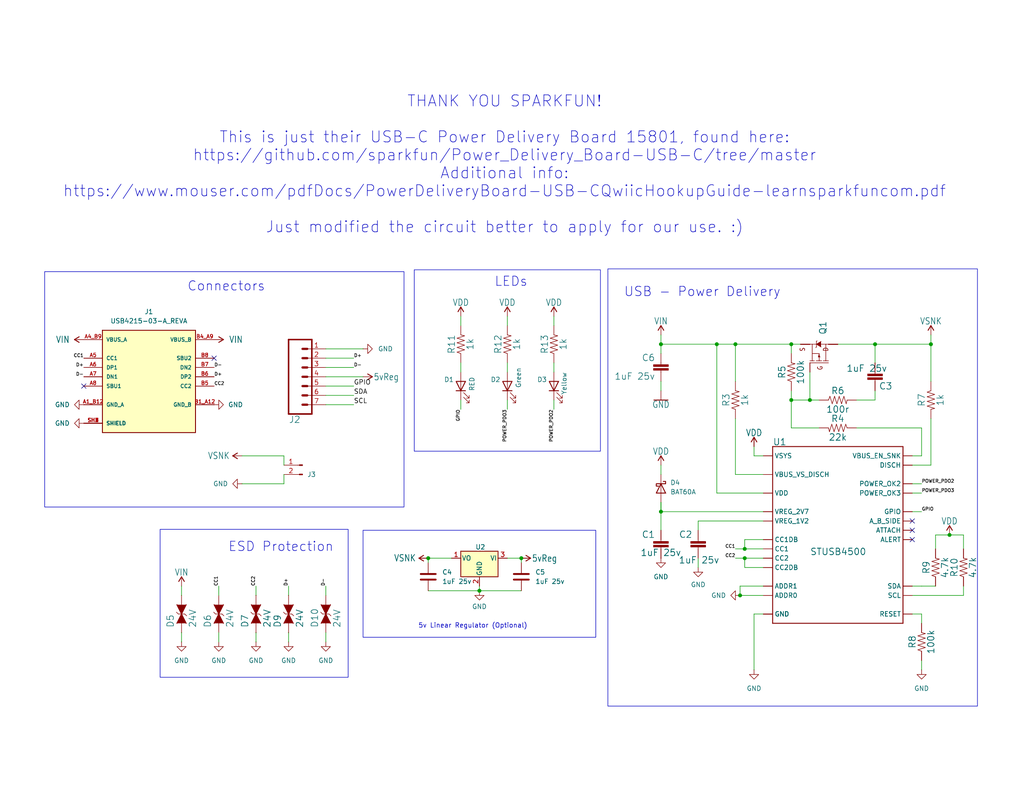
<source format=kicad_sch>
(kicad_sch (version 20250114) (generator "eeschema") (generator_version "9.0")
  (paper "A")
  (title_block (title "PXU USB-C PDv3") (date "2025-02-15"))
  (lib_symbols
    (symbol "C-PIM-eagle-import:0.1UF-0603-100V-10%"
      (property "Reference" "C" (at 1.524 2.921 0))
      (symbol "0.1UF-0603-100V-10%_1_0"
        (rectangle (start -2.032 1.524) (end 2.032 2.032) (fill (type outline)))
        (rectangle (start -2.032 0.508) (end 2.032 1.016) (fill (type outline)))
        (polyline (pts (xy 0 2.54) (xy 0 2.032)) (stroke (width 0.1524)))
        (polyline (pts (xy 0 0) (xy 0 0.508)) (stroke (width 0.1524)))
        (pin passive line (at 0 5.08 270) (length 2.54) (name "1") (number "1"))
        (pin passive line (at 0 -2.54 90) (length 2.54) (name "2") (number "2"))
      )
    )
    (symbol "C-PIM-eagle-import:1.0UF-0603-16V-10%"
      (property "Reference" "C" (at 1.524 2.921 0))
      (symbol "1.0UF-0603-16V-10%_1_0"
        (rectangle (start -2.032 1.524) (end 2.032 2.032) (fill (type outline)))
        (rectangle (start -2.032 0.508) (end 2.032 1.016) (fill (type outline)))
        (polyline (pts (xy 0 2.54) (xy 0 2.032)) (stroke (width 0.1524)))
        (polyline (pts (xy 0 0) (xy 0 0.508)) (stroke (width 0.1524)))
        (pin passive line (at 0 5.08 270) (length 2.54) (name "1") (number "1"))
        (pin passive line (at 0 -2.54 90) (length 2.54) (name "2") (number "2"))
      )
    )
    (symbol "C-PIM-eagle-import:100KOHM-0603-1/10W-1%"
      (property "Reference" "R" (at 0 1.524 0))
      (symbol "100KOHM-0603-1/10W-1%_1_0"
        (polyline (pts (xy -2.54 0) (xy -2.159 1.016)) (stroke (width 0.1524)))
        (polyline (pts (xy -2.159 1.016) (xy -1.524 -1.016)) (stroke (width 0.1524)))
        (polyline (pts (xy -1.524 -1.016) (xy -0.889 1.016)) (stroke (width 0.1524)))
        (polyline (pts (xy -0.889 1.016) (xy -0.254 -1.016)) (stroke (width 0.1524)))
        (polyline (pts (xy -0.254 -1.016) (xy 0.381 1.016)) (stroke (width 0.1524)))
        (polyline (pts (xy 0.381 1.016) (xy 1.016 -1.016)) (stroke (width 0.1524)))
        (polyline (pts (xy 1.016 -1.016) (xy 1.651 1.016)) (stroke (width 0.1524)))
        (polyline (pts (xy 1.651 1.016) (xy 2.286 -1.016)) (stroke (width 0.1524)))
        (polyline (pts (xy 2.286 -1.016) (xy 2.54 0)) (stroke (width 0.1524)))
        (pin passive line (at -5.08 0 0) (length 2.54) (name "1") (number "1"))
        (pin passive line (at 5.08 0 180) (length 2.54) (name "2") (number "2"))
      )
    )
    (symbol "C-PIM-eagle-import:100OHM-0603-1/10W-1%"
      (property "Reference" "R" (at 0 1.524 0))
      (symbol "100OHM-0603-1/10W-1%_1_0"
        (polyline (pts (xy -2.54 0) (xy -2.159 1.016)) (stroke (width 0.1524)))
        (polyline (pts (xy -2.159 1.016) (xy -1.524 -1.016)) (stroke (width 0.1524)))
        (polyline (pts (xy -1.524 -1.016) (xy -0.889 1.016)) (stroke (width 0.1524)))
        (polyline (pts (xy -0.889 1.016) (xy -0.254 -1.016)) (stroke (width 0.1524)))
        (polyline (pts (xy -0.254 -1.016) (xy 0.381 1.016)) (stroke (width 0.1524)))
        (polyline (pts (xy 0.381 1.016) (xy 1.016 -1.016)) (stroke (width 0.1524)))
        (polyline (pts (xy 1.016 -1.016) (xy 1.651 1.016)) (stroke (width 0.1524)))
        (polyline (pts (xy 1.651 1.016) (xy 2.286 -1.016)) (stroke (width 0.1524)))
        (polyline (pts (xy 2.286 -1.016) (xy 2.54 0)) (stroke (width 0.1524)))
        (pin passive line (at -5.08 0 0) (length 2.54) (name "1") (number "1"))
        (pin passive line (at 5.08 0 180) (length 2.54) (name "2") (number "2"))
      )
    )
    (symbol "C-PIM-eagle-import:1KOHM-0603-1/10W-1%"
      (property "Reference" "R" (at 0 1.524 0))
      (symbol "1KOHM-0603-1/10W-1%_1_0"
        (polyline (pts (xy -2.54 0) (xy -2.159 1.016)) (stroke (width 0.1524)))
        (polyline (pts (xy -2.159 1.016) (xy -1.524 -1.016)) (stroke (width 0.1524)))
        (polyline (pts (xy -1.524 -1.016) (xy -0.889 1.016)) (stroke (width 0.1524)))
        (polyline (pts (xy -0.889 1.016) (xy -0.254 -1.016)) (stroke (width 0.1524)))
        (polyline (pts (xy -0.254 -1.016) (xy 0.381 1.016)) (stroke (width 0.1524)))
        (polyline (pts (xy 0.381 1.016) (xy 1.016 -1.016)) (stroke (width 0.1524)))
        (polyline (pts (xy 1.016 -1.016) (xy 1.651 1.016)) (stroke (width 0.1524)))
        (polyline (pts (xy 1.651 1.016) (xy 2.286 -1.016)) (stroke (width 0.1524)))
        (polyline (pts (xy 2.286 -1.016) (xy 2.54 0)) (stroke (width 0.1524)))
        (pin passive line (at -5.08 0 0) (length 2.54) (name "1") (number "1"))
        (pin passive line (at 5.08 0 180) (length 2.54) (name "2") (number "2"))
      )
    )
    (symbol "C-PIM-eagle-import:2.2KOHM-0603-1/10W-1%"
      (property "Reference" "R" (at 0 1.524 0))
      (symbol "2.2KOHM-0603-1/10W-1%_1_0"
        (polyline (pts (xy -2.54 0) (xy -2.159 1.016)) (stroke (width 0.1524)))
        (polyline (pts (xy -2.159 1.016) (xy -1.524 -1.016)) (stroke (width 0.1524)))
        (polyline (pts (xy -1.524 -1.016) (xy -0.889 1.016)) (stroke (width 0.1524)))
        (polyline (pts (xy -0.889 1.016) (xy -0.254 -1.016)) (stroke (width 0.1524)))
        (polyline (pts (xy -0.254 -1.016) (xy 0.381 1.016)) (stroke (width 0.1524)))
        (polyline (pts (xy 0.381 1.016) (xy 1.016 -1.016)) (stroke (width 0.1524)))
        (polyline (pts (xy 1.016 -1.016) (xy 1.651 1.016)) (stroke (width 0.1524)))
        (polyline (pts (xy 1.651 1.016) (xy 2.286 -1.016)) (stroke (width 0.1524)))
        (polyline (pts (xy 2.286 -1.016) (xy 2.54 0)) (stroke (width 0.1524)))
        (pin passive line (at -5.08 0 0) (length 2.54) (name "1") (number "1"))
        (pin passive line (at 5.08 0 180) (length 2.54) (name "2") (number "2"))
      )
    )
    (symbol "C-PIM-eagle-import:22KOHM-0603-1/10W-1%"
      (property "Reference" "R" (at 0 1.524 0))
      (symbol "22KOHM-0603-1/10W-1%_1_0"
        (polyline (pts (xy -2.54 0) (xy -2.159 1.016)) (stroke (width 0.1524)))
        (polyline (pts (xy -2.159 1.016) (xy -1.524 -1.016)) (stroke (width 0.1524)))
        (polyline (pts (xy -1.524 -1.016) (xy -0.889 1.016)) (stroke (width 0.1524)))
        (polyline (pts (xy -0.889 1.016) (xy -0.254 -1.016)) (stroke (width 0.1524)))
        (polyline (pts (xy -0.254 -1.016) (xy 0.381 1.016)) (stroke (width 0.1524)))
        (polyline (pts (xy 0.381 1.016) (xy 1.016 -1.016)) (stroke (width 0.1524)))
        (polyline (pts (xy 1.016 -1.016) (xy 1.651 1.016)) (stroke (width 0.1524)))
        (polyline (pts (xy 1.651 1.016) (xy 2.286 -1.016)) (stroke (width 0.1524)))
        (polyline (pts (xy 2.286 -1.016) (xy 2.54 0)) (stroke (width 0.1524)))
        (pin passive line (at -5.08 0 0) (length 2.54) (name "1") (number "1"))
        (pin passive line (at 5.08 0 180) (length 2.54) (name "2") (number "2"))
      )
    )
    (symbol "C-PIM-eagle-import:CONN_07NO_SILK"
      (property "Reference" "J" (at -5.08 13.208 0))
      (symbol "CONN_07NO_SILK_1_0"
        (polyline (pts (xy -5.08 12.7) (xy -5.08 -7.62)) (stroke (width 0.4064)))
        (polyline (pts (xy -5.08 12.7) (xy 1.27 12.7)) (stroke (width 0.4064)))
        (polyline (pts (xy -1.27 10.16) (xy 0 10.16)) (stroke (width 0.6096)))
        (polyline (pts (xy -1.27 7.62) (xy 0 7.62)) (stroke (width 0.6096)))
        (polyline (pts (xy -1.27 5.08) (xy 0 5.08)) (stroke (width 0.6096)))
        (polyline (pts (xy -1.27 2.54) (xy 0 2.54)) (stroke (width 0.6096)))
        (polyline (pts (xy -1.27 0) (xy 0 0)) (stroke (width 0.6096)))
        (polyline (pts (xy -1.27 -2.54) (xy 0 -2.54)) (stroke (width 0.6096)))
        (polyline (pts (xy -1.27 -5.08) (xy 0 -5.08)) (stroke (width 0.6096)))
        (polyline (pts (xy 1.27 -7.62) (xy -5.08 -7.62)) (stroke (width 0.4064)))
        (polyline (pts (xy 1.27 -7.62) (xy 1.27 12.7)) (stroke (width 0.4064)))
        (pin passive line (at 5.08 10.16 180) (length 5.08) (name "7") (number "7"))
        (pin passive line (at 5.08 7.62 180) (length 5.08) (name "6") (number "6"))
        (pin passive line (at 5.08 5.08 180) (length 5.08) (name "5") (number "5"))
        (pin passive line (at 5.08 2.54 180) (length 5.08) (name "4") (number "4"))
        (pin passive line (at 5.08 0 180) (length 5.08) (name "3") (number "3"))
        (pin passive line (at 5.08 -2.54 180) (length 5.08) (name "2") (number "2"))
        (pin passive line (at 5.08 -5.08 180) (length 5.08) (name "1") (number "1"))
      )
    )
    (symbol "C-PIM-eagle-import:DIODE_TVS"
      (property "Reference" "D" (at -3.81 2.032 0))
      (symbol "DIODE_TVS_1_0"
        (polyline (pts (xy -5.08 0) (xy -2.54 0)) (stroke (width 0.1524)))
        (polyline (pts (xy -2.54 1.27) (xy 0 0) (xy -2.54 -1.27)) (stroke (width 0.254)) (fill (type outline)))
        (polyline (pts (xy 0 0.889) (xy 0 0)) (stroke (width 0.1524)))
        (polyline (pts (xy 0 0.889) (xy 0.508 1.397)) (stroke (width 0.1524)))
        (polyline (pts (xy 0 0) (xy 0 -0.889)) (stroke (width 0.1524)))
        (polyline (pts (xy 0 -0.889) (xy -0.508 -1.397)) (stroke (width 0.1524)))
        (polyline (pts (xy 2.54 0) (xy 5.08 0)) (stroke (width 0.1524)))
        (polyline (pts (xy 2.54 -1.27) (xy 0 0) (xy 2.54 1.27)) (stroke (width 0.254)) (fill (type outline)))
        (pin passive line (at -5.08 0 0) (length 0) (name "A") (number "1"))
        (pin passive line (at 5.08 0 180) (length 0) (name "C") (number "2"))
      )
    )
    (symbol "C-PIM-eagle-import:GND" (power)
      (symbol "GND_1_0"
        (polyline (pts (xy -1.905 0) (xy 1.905 0)) (stroke (width 0.254)))
        (pin power_in line (at 0 2.54 270) (length 2.54) (name "GND") (number "1"))
      )
    )
    (symbol "C-PIM-eagle-import:MOSFET_PCH-STL9P3LLH6"
      (property "Reference" "Q1" (at 5.08 0 0))
      (symbol "MOSFET_PCH-STL9P3LLH6_1_0"
        (polyline (pts (xy -2.54 -2.54) (xy -2.54 2.54)) (stroke (width 0.1524)))
        (polyline (pts (xy -1.9812 2.54) (xy -1.9812 1.8034)) (stroke (width 0.1524)))
        (polyline (pts (xy -1.9812 1.8034) (xy -1.9812 1.0922)) (stroke (width 0.1524)))
        (polyline (pts (xy -1.9812 1.8034) (xy 2.54 1.8034)) (stroke (width 0.1524)))
        (polyline (pts (xy -1.9812 0.6858) (xy -1.9812 0)) (stroke (width 0.1524)))
        (polyline (pts (xy -1.9812 0) (xy -1.9812 -0.8382)) (stroke (width 0.1524)))
        (polyline (pts (xy -1.9812 -1.2954) (xy -1.9812 -1.905)) (stroke (width 0.1524)))
        (polyline (pts (xy -1.9812 -1.905) (xy -1.9812 -2.54)) (stroke (width 0.1524)))
        (polyline (pts (xy -1.9812 -1.905) (xy 0 -1.905)) (stroke (width 0.1524)))
        (polyline (pts (xy -0.1778 0) (xy -0.9398 -0.254) (xy -0.9398 0.254)) (stroke (width 0.1524)) (fill (type outline)))
        (polyline (pts (xy 0 0) (xy -1.9812 0)) (stroke (width 0.1524)))
        (polyline (pts (xy 0 -1.905) (xy 0 0)) (stroke (width 0.1524)))
        (polyline (pts (xy 1.778 -0.762) (xy 1.6002 -0.9398)) (stroke (width 0.1524)))
        (polyline (pts (xy 1.778 -0.762) (xy 3.302 -0.762)) (stroke (width 0.1524)))
        (polyline (pts (xy 2.54 2.54) (xy 2.54 1.8034)) (stroke (width 0.1524)))
        (polyline (pts (xy 2.54 1.8034) (xy 2.54 0.5842)) (stroke (width 0.1524)))
        (polyline (pts (xy 2.54 -1.905) (xy 0 -1.905)) (stroke (width 0.1524)))
        (polyline (pts (xy 2.54 -1.905) (xy 2.54 -0.7874)) (stroke (width 0.1524)))
        (polyline (pts (xy 2.54 -2.54) (xy 2.54 -1.905)) (stroke (width 0.1524)))
        (polyline (pts (xy 3.302 0.508) (xy 2.54 -0.762) (xy 1.778 0.508)) (stroke (width 0.1524)) (fill (type outline)))
        (polyline (pts (xy 3.4798 -0.5842) (xy 3.302 -0.762)) (stroke (width 0.1524)))
        (text "G" (at -3.302 -0.508 0) (effects (font (size 1.27 1.0795)) (justify right top)))
        (text "D" (at 0.508 2.54 0) (effects (font (size 1.27 1.0795)) (justify left bottom)))
        (text "S" (at 0.508 -3.81 0) (effects (font (size 1.27 1.0795)) (justify left bottom)))
        (pin bidirectional line (at -5.08 -2.54 0) (length 2.54) (name "G") (number "4"))
        (pin bidirectional line (at 2.54 5.08 270) (length 2.54) (name "D") (number "5"))
        (pin bidirectional line (at 2.54 5.08 270) (length 2.54) (name "D") (number "5@2"))
        (pin bidirectional line (at 2.54 5.08 270) (length 2.54) (name "D") (number "5@3"))
        (pin bidirectional line (at 2.54 5.08 270) (length 2.54) (hide yes) (name "D") (number "6"))
        (pin bidirectional line (at 2.54 5.08 270) (length 2.54) (hide yes) (name "D") (number "7"))
        (pin bidirectional line (at 2.54 5.08 270) (length 2.54) (hide yes) (name "D") (number "8"))
        (pin bidirectional line (at 2.54 -5.08 90) (length 2.54) (name "S") (number "1"))
        (pin bidirectional line (at 2.54 -5.08 90) (length 2.54) (name "S") (number "2"))
        (pin bidirectional line (at 2.54 -5.08 90) (length 2.54) (hide yes) (name "S") (number "2"))
        (pin bidirectional line (at 2.54 -5.08 90) (length 2.54) (name "S") (number "3"))
        (pin bidirectional line (at 2.54 -5.08 90) (length 2.54) (hide yes) (name "S") (number "3"))
      )
    )
    (symbol "C-PIM-eagle-import:STUSB4500"
      (property "Reference" "U1" (at -17.78 23.114 0))
      (property "Value" "STUSB4500" (at -7.62 -4.826 0))
      (symbol "STUSB4500_1_0"
        (polyline (pts (xy -17.78 22.86) (xy -17.78 -25.4)) (stroke (width 0.254)))
        (polyline (pts (xy -17.78 -25.4) (xy 17.78 -25.4)) (stroke (width 0.254)))
        (polyline (pts (xy 17.78 22.86) (xy -17.78 22.86)) (stroke (width 0.254)))
        (polyline (pts (xy 17.78 -25.4) (xy 17.78 22.86)) (stroke (width 0.254)))
        (pin bidirectional line (at -20.32 20.32 0) (length 2.54) (name "VSYS") (number "22"))
        (pin bidirectional line (at -20.32 15.24 0) (length 2.54) (name "VBUS_VS_DISCH") (number "18"))
        (pin bidirectional line (at -20.32 10.16 0) (length 2.54) (name "VDD") (number "24"))
        (pin bidirectional line (at -20.32 5.08 0) (length 2.54) (name "VREG_2V7") (number "23"))
        (pin bidirectional line (at -20.32 2.54 0) (length 2.54) (name "VREG_1V2") (number "21"))
        (pin bidirectional line (at -20.32 -2.54 0) (length 2.54) (name "CC1DB") (number "1"))
        (pin bidirectional line (at -20.32 -5.08 0) (length 2.54) (name "CC1") (number "2"))
        (pin bidirectional line (at -20.32 -7.62 0) (length 2.54) (name "CC2") (number "4"))
        (pin bidirectional line (at -20.32 -10.16 0) (length 2.54) (name "CC2DB") (number "5"))
        (pin bidirectional line (at -20.32 -15.24 0) (length 2.54) (name "ADDR1") (number "13"))
        (pin bidirectional line (at -20.32 -17.78 0) (length 2.54) (name "ADDR0") (number "12"))
        (pin bidirectional line (at -20.32 -22.86 0) (length 2.54) (name "GND") (number "10"))
        (pin bidirectional line (at -20.32 -22.86 0) (length 2.54) (name "GND") (number "P$25"))
        (pin bidirectional line (at 20.32 20.32 180) (length 2.54) (name "VBUS_EN_SNK") (number "16"))
        (pin bidirectional line (at 20.32 17.78 180) (length 2.54) (name "DISCH") (number "9"))
        (pin bidirectional line (at 20.32 12.7 180) (length 2.54) (name "POWER_OK2") (number "20"))
        (pin bidirectional line (at 20.32 10.16 180) (length 2.54) (name "POWER_OK3") (number "14"))
        (pin bidirectional line (at 20.32 5.08 180) (length 2.54) (name "GPIO") (number "15"))
        (pin bidirectional line (at 20.32 2.54 180) (length 2.54) (name "A_B_SIDE") (number "17"))
        (pin bidirectional line (at 20.32 0 180) (length 2.54) (name "ATTACH") (number "11"))
        (pin bidirectional line (at 20.32 -2.54 180) (length 2.54) (name "ALERT") (number "19"))
        (pin bidirectional line (at 20.32 -15.24 180) (length 2.54) (name "SDA") (number "8"))
        (pin bidirectional line (at 20.32 -17.78 180) (length 2.54) (name "SCL") (number "7"))
        (pin bidirectional line (at 20.32 -22.86 180) (length 2.54) (name "RESET") (number "6"))
      )
      (symbol "STUSB4500_1_1"
        (pin bidirectional line (at -20.32 -22.86 0) (length 2.54) (hide yes) (name "GND") (number "25"))
      )
    )
    (symbol "C-PIM-eagle-import:VDD" (power)
      (symbol "VDD_1_0"
        (polyline (pts (xy 0 2.54) (xy -0.762 1.27)) (stroke (width 0.254)))
        (polyline (pts (xy 0.762 1.27) (xy 0 2.54)) (stroke (width 0.254)))
        (pin power_in line (at 0 0 90) (length 2.54) (name "VDD") (number "1"))
      )
    )
    (symbol "C-PIM-eagle-import:VIN" (power)
      (symbol "VIN_1_0"
        (polyline (pts (xy 0 2.54) (xy -0.762 1.27)) (stroke (width 0.254)))
        (polyline (pts (xy 0.762 1.27) (xy 0 2.54)) (stroke (width 0.254)))
        (pin power_in line (at 0 0 90) (length 2.54) (name "VIN") (number "1"))
      )
    )
    (symbol "C-PIM-eagle-import:VOUT" (power)
      (symbol "VOUT_1_0"
        (polyline (pts (xy 0 2.54) (xy -0.762 1.27)) (stroke (width 0.254)))
        (polyline (pts (xy 0.762 1.27) (xy 0 2.54)) (stroke (width 0.254)))
        (pin power_in line (at 0 0 90) (length 2.54) (name "VOUT") (number "1"))
      )
    )
    (symbol "Connector:Conn_01x02_Pin" (pin_names (offset 1.016) (hide yes))
      (property "Reference" "J" (at 0 2.54 0))
      (property "Value" "Conn_01x02_Pin" (at 0 -5.08 0))
      (symbol "Conn_01x02_Pin_1_1"
        (rectangle (start 0.8636 0.127) (end 0 -0.127) (stroke (width 0.1524)) (fill (type outline)))
        (rectangle (start 0.8636 -2.413) (end 0 -2.667) (stroke (width 0.1524)) (fill (type outline)))
        (polyline (pts (xy 1.27 0) (xy 0.8636 0)) (stroke (width 0.1524)))
        (polyline (pts (xy 1.27 -2.54) (xy 0.8636 -2.54)) (stroke (width 0.1524)))
        (pin passive line (at 5.08 0 180) (length 3.81) (name "Pin_1") (number "1"))
        (pin passive line (at 5.08 -2.54 180) (length 3.81) (name "Pin_2") (number "2"))
      )
    )
    (symbol "Device:C" (pin_numbers (hide yes)) (pin_names (offset 0.254))
      (property "Reference" "C" (at 0.635 2.54 0))
      (property "Value" "C" (at 0.635 -2.54 0))
      (symbol "C_0_1"
        (polyline (pts (xy -2.032 0.762) (xy 2.032 0.762)) (stroke (width 0.508)))
        (polyline (pts (xy -2.032 -0.762) (xy 2.032 -0.762)) (stroke (width 0.508)))
      )
      (symbol "C_1_1"
        (pin passive line (at 0 3.81 270) (length 2.794) (name "~") (number "1"))
        (pin passive line (at 0 -3.81 90) (length 2.794) (name "~") (number "2"))
      )
    )
    (symbol "Device:LED" (pin_numbers (hide yes)) (pin_names (offset 1.016) (hide yes))
      (property "Reference" "D" (at 0 2.54 0))
      (property "Value" "LED" (at 0 -2.54 0))
      (symbol "LED_0_1"
        (polyline (pts (xy -3.048 -0.762) (xy -4.572 -2.286) (xy -3.81 -2.286) (xy -4.572 -2.286) (xy -4.572 -1.524)))
        (polyline (pts (xy -1.778 -0.762) (xy -3.302 -2.286) (xy -2.54 -2.286) (xy -3.302 -2.286) (xy -3.302 -1.524)))
        (polyline (pts (xy -1.27 0) (xy 1.27 0)))
        (polyline (pts (xy -1.27 -1.27) (xy -1.27 1.27)) (stroke (width 0.254)))
        (polyline (pts (xy 1.27 -1.27) (xy 1.27 1.27) (xy -1.27 0) (xy 1.27 -1.27)) (stroke (width 0.254)))
      )
      (symbol "LED_1_1"
        (pin passive line (at -3.81 0 0) (length 2.54) (name "K") (number "1"))
        (pin passive line (at 3.81 0 180) (length 2.54) (name "A") (number "2"))
      )
    )
    (symbol "Diode:BAT60A" (pin_numbers (hide yes)) (pin_names (offset 1.016) (hide yes))
      (property "Reference" "D" (at 0 2.54 0))
      (property "Value" "BAT60A" (at 0 -2.54 0))
      (symbol "BAT60A_0_1"
        (polyline (pts (xy -1.905 0.635) (xy -1.905 1.27) (xy -1.27 1.27) (xy -1.27 -1.27) (xy -0.635 -1.27) (xy -0.635 -0.635)) (stroke (width 0.254)))
        (polyline (pts (xy 1.27 1.27) (xy 1.27 -1.27) (xy -1.27 0) (xy 1.27 1.27)) (stroke (width 0.254)))
        (polyline (pts (xy 1.27 0) (xy -1.27 0)))
      )
      (symbol "BAT60A_1_1"
        (pin passive line (at -3.81 0 0) (length 2.54) (name "K") (number "1"))
        (pin passive line (at 3.81 0 180) (length 2.54) (name "A") (number "2"))
      )
    )
    (symbol "Regulator_Linear:LF50_TO252" (pin_names (offset 0.254))
      (property "Reference" "U2" (at 0.254 3.048 0))
      (symbol "LF50_TO252_0_1"
        (rectangle (start -5.08 1.905) (end 5.08 -5.08) (stroke (width 0.254)) (fill (type background)))
      )
      (symbol "LF50_TO252_1_1"
        (pin power_out line (at -7.62 0 0) (length 2.54) (name "VO") (number "1"))
        (pin power_in line (at 0 -7.62 90) (length 2.54) (name "GND") (number "2"))
        (pin power_in line (at 7.62 0 180) (length 2.54) (name "VI") (number "3"))
      )
    )
    (symbol "USB:USB4215-03-A_REVA" (pin_names (offset 1.016))
      (property "Reference" "J" (at -12.7 13.462 0))
      (property "Value" "USB4215-03-A_REVA" (at -12.7 -16.002 0))
      (symbol "USB4215-03-A_REVA_0_0"
        (rectangle (start -12.7 -15.24) (end 12.7 12.7) (stroke (width 0.254)) (fill (type background)))
        (pin power_in line (at -17.78 10.16 0) (length 5.08) (name "VBUS_A") (number "A4_B9"))
        (pin bidirectional line (at -17.78 5.08 0) (length 5.08) (name "CC1") (number "A5"))
        (pin bidirectional line (at -17.78 2.54 0) (length 5.08) (name "DP1") (number "A6"))
        (pin bidirectional line (at -17.78 0 0) (length 5.08) (name "DN1") (number "A7"))
        (pin bidirectional line (at -17.78 -2.54 0) (length 5.08) (name "SBU1") (number "A8"))
        (pin power_in line (at -17.78 -7.62 0) (length 5.08) (name "GND_A") (number "A1_B12"))
        (pin passive line (at -17.78 -12.7 0) (length 5.08) (name "SHIELD") (number "SH1"))
        (pin passive line (at -17.78 -12.7 0) (length 5.08) (name "SHIELD") (number "SH2"))
        (pin passive line (at -17.78 -12.7 0) (length 5.08) (name "SHIELD") (number "SH3"))
        (pin passive line (at -17.78 -12.7 0) (length 5.08) (name "SHIELD") (number "SH4"))
        (pin power_in line (at 17.78 10.16 180) (length 5.08) (name "VBUS_B") (number "B4_A9"))
        (pin bidirectional line (at 17.78 5.08 180) (length 5.08) (name "SBU2") (number "B8"))
        (pin bidirectional line (at 17.78 2.54 180) (length 5.08) (name "DN2") (number "B7"))
        (pin bidirectional line (at 17.78 0 180) (length 5.08) (name "DP2") (number "B6"))
        (pin bidirectional line (at 17.78 -2.54 180) (length 5.08) (name "CC2") (number "B5"))
        (pin power_in line (at 17.78 -7.62 180) (length 5.08) (name "GND_B") (number "B1_A12"))
      )
    )
    (symbol "power:GND" (power) (pin_numbers (hide yes)) (pin_names (offset 0) (hide yes))
      (property "Value" "GND" (at 0 -3.81 0))
      (symbol "GND_0_1"
        (polyline (pts (xy 0 0) (xy 0 -1.27) (xy 1.27 -1.27) (xy 0 -2.54) (xy -1.27 -1.27) (xy 0 -1.27)))
      )
      (symbol "GND_1_1"
        (pin power_in line (at 0 0 270) (length 0) (name "~") (number "1"))
      )
    )
  )
  (rectangle (start 113.03 73.66) (end 163.83 123.19))
  (rectangle (start 99.06 144.78) (end 162.56 173.99))
  (rectangle (start 165.862 73.406) (end 266.7 192.786))
  (rectangle (start 43.688 144.526) (end 94.996 184.912))
  (rectangle (start 12.192 74.168) (end 110.236 138.43))
  (text "USB - Power Delivery" (at 170.18 81.28 0) (effects (font (size 2.54 2.54)) (justify left bottom)))
  (text "LEDs" (at 134.874 78.486 0) (effects (font (size 2.54 2.54)) (justify left bottom)))
  (text "ESD Protection" (at 62.23 150.876 0) (effects (font (size 2.54 2.54)) (justify left bottom)))
  (text "5v Linear Regulator (Optional)" (at 129.032 170.942 0) (effects (font (size 1.27 1.27))))
  (text "Connectors" (at 51.054 79.756 0) (effects (font (size 2.54 2.54)) (justify left bottom)))
  (text "THANK YOU SPARKFUN!\n\nThis is just their USB-C Power Delivery Board 15801, found here:\nhttps://github.com/sparkfun/Power_Delivery_Board-USB-C/tree/master\nAdditional info:\nhttps://www.mouser.com/pdfDocs/PowerDeliveryBoard-USB-CQwiicHookupGuide-learnsparkfuncom.pdf\n\nJust modified the circuit better to apply for our use. :)" (at 137.668 44.958 0) (effects (font (size 3.048 3.048))))
  (junction (at 215.9 93.98))
  (junction (at 254 93.98))
  (junction (at 203.2 152.4))
  (junction (at 180.34 93.98))
  (junction (at 220.98 109.22))
  (junction (at 200.66 93.98))
  (junction (at 142.24 152.4))
  (junction (at 259.08 146.05))
  (junction (at 201.93 162.56))
  (junction (at 195.58 93.98))
  (junction (at 180.34 139.7))
  (junction (at 130.81 161.29))
  (junction (at 116.84 152.4))
  (junction (at 238.76 93.98))
  (junction (at 203.2 149.86))
  (junction (at 215.9 109.22))
  (no_connect (at 22.86 105.41))
  (no_connect (at 248.92 142.24))
  (no_connect (at 58.42 97.79))
  (no_connect (at 248.92 144.78))
  (no_connect (at 248.92 147.32))
  (wire (pts (xy 233.68 109.22) (xy 238.76 109.22)) (stroke (width 0.1524)))
  (wire (pts (xy 251.46 180.34) (xy 251.46 182.88)) (stroke (width 0.1524)))
  (wire (pts (xy 215.9 93.98) (xy 218.44 93.98)) (stroke (width 0.1524)))
  (wire (pts (xy 201.93 160.02) (xy 208.28 160.02)) (stroke (width 0.1524)))
  (wire (pts (xy 208.28 167.64) (xy 205.74 167.64)) (stroke (width 0.1524)))
  (wire (pts (xy 88.9 97.79) (xy 96.52 97.79)))
  (wire (pts (xy 88.9 162.56) (xy 88.9 160.02)) (stroke (width 0.1524)))
  (wire (pts (xy 262.89 162.56) (xy 262.89 160.02)) (stroke (width 0.1524)))
  (wire (pts (xy 254 93.98) (xy 238.76 93.98)) (stroke (width 0.1524)))
  (wire (pts (xy 142.24 152.4) (xy 142.24 153.67)))
  (wire (pts (xy 238.76 99.06) (xy 238.76 93.98)) (stroke (width 0.1524)))
  (wire (pts (xy 88.9 110.49) (xy 96.52 110.49)))
  (wire (pts (xy 238.76 109.22) (xy 238.76 106.68)) (stroke (width 0.1524)))
  (wire (pts (xy 200.66 104.14) (xy 200.66 93.98)) (stroke (width 0.1524)))
  (wire (pts (xy 69.85 172.72) (xy 69.85 175.26)) (stroke (width 0.1524)))
  (wire (pts (xy 99.06 95.25) (xy 88.9 95.25)))
  (wire (pts (xy 255.27 149.86) (xy 255.27 146.05)))
  (wire (pts (xy 208.28 129.54) (xy 200.66 129.54)) (stroke (width 0.1524)))
  (wire (pts (xy 49.53 162.56) (xy 49.53 160.02)) (stroke (width 0.1524)))
  (wire (pts (xy 116.84 161.29) (xy 130.81 161.29)))
  (wire (pts (xy 262.89 146.05) (xy 259.08 146.05)))
  (wire (pts (xy 251.46 116.84) (xy 233.68 116.84)) (stroke (width 0.1524)))
  (wire (pts (xy 180.34 144.78) (xy 180.34 139.7)) (stroke (width 0.1524)))
  (wire (pts (xy 151.13 99.06) (xy 151.13 101.6)))
  (wire (pts (xy 254 127) (xy 248.92 127)) (stroke (width 0.1524)))
  (wire (pts (xy 215.9 109.22) (xy 215.9 106.68)) (stroke (width 0.1524)))
  (wire (pts (xy 203.2 149.86) (xy 200.66 149.86)) (stroke (width 0.1524)))
  (wire (pts (xy 151.13 86.36) (xy 151.13 88.9)) (stroke (width 0.1524)))
  (wire (pts (xy 248.92 139.7) (xy 251.46 139.7)) (stroke (width 0.1524)))
  (wire (pts (xy 248.92 162.56) (xy 262.89 162.56)) (stroke (width 0.1524)))
  (wire (pts (xy 255.27 160.02) (xy 251.46 160.02)))
  (wire (pts (xy 66.04 124.46) (xy 77.47 124.46)))
  (wire (pts (xy 78.74 162.56) (xy 78.74 160.02)) (stroke (width 0.1524)))
  (wire (pts (xy 208.28 134.62) (xy 195.58 134.62)) (stroke (width 0.1524)))
  (wire (pts (xy 208.28 149.86) (xy 203.2 149.86)) (stroke (width 0.1524)))
  (wire (pts (xy 88.9 105.41) (xy 96.52 105.41)) (stroke (width 0.1524)))
  (wire (pts (xy 88.9 107.95) (xy 96.52 107.95)))
  (wire (pts (xy 208.28 162.56) (xy 201.93 162.56)) (stroke (width 0.1524)))
  (wire (pts (xy 77.47 129.54) (xy 77.47 132.08)))
  (wire (pts (xy 215.9 93.98) (xy 200.66 93.98)) (stroke (width 0.1524)))
  (wire (pts (xy 238.76 93.98) (xy 228.6 93.98)) (stroke (width 0.1524)))
  (wire (pts (xy 77.47 124.46) (xy 77.47 127)))
  (wire (pts (xy 180.34 139.7) (xy 208.28 139.7)) (stroke (width 0.1524)))
  (wire (pts (xy 66.04 132.08) (xy 77.47 132.08)))
  (wire (pts (xy 59.69 162.56) (xy 59.69 160.02)) (stroke (width 0.1524)))
  (wire (pts (xy 59.69 172.72) (xy 59.69 175.26)) (stroke (width 0.1524)))
  (wire (pts (xy 180.34 93.98) (xy 180.34 96.52)) (stroke (width 0.1524)))
  (wire (pts (xy 78.74 172.72) (xy 78.74 175.26)) (stroke (width 0.1524)))
  (wire (pts (xy 88.9 172.72) (xy 88.9 175.26)) (stroke (width 0.1524)))
  (wire (pts (xy 180.34 137.16) (xy 180.34 139.7)))
  (wire (pts (xy 151.13 109.22) (xy 151.13 111.76)))
  (wire (pts (xy 251.46 124.46) (xy 251.46 116.84)) (stroke (width 0.1524)))
  (wire (pts (xy 138.43 152.4) (xy 142.24 152.4)))
  (wire (pts (xy 203.2 152.4) (xy 200.66 152.4)) (stroke (width 0.1524)))
  (wire (pts (xy 180.34 91.44) (xy 180.34 93.98)) (stroke (width 0.1524)))
  (wire (pts (xy 205.74 167.64) (xy 205.74 182.88)) (stroke (width 0.1524)))
  (wire (pts (xy 195.58 93.98) (xy 200.66 93.98)) (stroke (width 0.1524)))
  (wire (pts (xy 208.28 124.46) (xy 205.74 124.46)) (stroke (width 0.1524)))
  (wire (pts (xy 248.92 167.64) (xy 251.46 167.64)) (stroke (width 0.1524)))
  (wire (pts (xy 130.81 160.02) (xy 130.81 161.29)))
  (wire (pts (xy 220.98 109.22) (xy 215.9 109.22)) (stroke (width 0.1524)))
  (wire (pts (xy 88.9 100.33) (xy 96.52 100.33)))
  (wire (pts (xy 203.2 147.32) (xy 208.28 147.32)) (stroke (width 0.1524)))
  (wire (pts (xy 254 93.98) (xy 254 91.44)) (stroke (width 0.1524)))
  (wire (pts (xy 138.43 99.06) (xy 138.43 101.6)))
  (wire (pts (xy 125.73 109.22) (xy 125.73 111.76)))
  (wire (pts (xy 203.2 154.94) (xy 208.28 154.94)) (stroke (width 0.1524)))
  (wire (pts (xy 123.19 152.4) (xy 116.84 152.4)))
  (wire (pts (xy 190.5 152.4) (xy 190.5 154.94)) (stroke (width 0.1524)))
  (wire (pts (xy 215.9 96.52) (xy 215.9 93.98)) (stroke (width 0.1524)))
  (wire (pts (xy 262.89 149.86) (xy 262.89 146.05)))
  (wire (pts (xy 248.92 134.62) (xy 251.46 134.62)) (stroke (width 0.1524)))
  (wire (pts (xy 195.58 134.62) (xy 195.58 93.98)) (stroke (width 0.1524)))
  (wire (pts (xy 125.73 86.36) (xy 125.73 88.9)))
  (wire (pts (xy 69.85 162.56) (xy 69.85 160.02)) (stroke (width 0.1524)))
  (wire (pts (xy 125.73 99.06) (xy 125.73 101.6)))
  (wire (pts (xy 190.5 142.24) (xy 190.5 144.78)) (stroke (width 0.1524)))
  (wire (pts (xy 195.58 93.98) (xy 180.34 93.98)) (stroke (width 0.1524)))
  (wire (pts (xy 223.52 116.84) (xy 215.9 116.84)) (stroke (width 0.1524)))
  (wire (pts (xy 254 114.3) (xy 254 127)) (stroke (width 0.1524)))
  (wire (pts (xy 208.28 142.24) (xy 190.5 142.24)) (stroke (width 0.1524)))
  (wire (pts (xy 138.43 109.22) (xy 138.43 111.76)))
  (wire (pts (xy 138.43 86.36) (xy 138.43 88.9)))
  (wire (pts (xy 248.92 132.08) (xy 251.46 132.08)) (stroke (width 0.1524)))
  (wire (pts (xy 251.46 167.64) (xy 251.46 170.18)) (stroke (width 0.1524)))
  (wire (pts (xy 220.98 109.22) (xy 223.52 109.22)) (stroke (width 0.1524)))
  (wire (pts (xy 205.74 124.46) (xy 205.74 121.92)) (stroke (width 0.1524)))
  (wire (pts (xy 215.9 116.84) (xy 215.9 109.22)) (stroke (width 0.1524)))
  (wire (pts (xy 180.34 127) (xy 180.34 129.54)) (stroke (width 0.1524)))
  (wire (pts (xy 180.34 104.14) (xy 180.34 106.68)) (stroke (width 0.1524)))
  (wire (pts (xy 254 104.14) (xy 254 93.98)) (stroke (width 0.1524)))
  (wire (pts (xy 255.27 146.05) (xy 259.08 146.05)))
  (wire (pts (xy 49.53 172.72) (xy 49.53 175.26)) (stroke (width 0.1524)))
  (wire (pts (xy 130.81 161.29) (xy 142.24 161.29)))
  (wire (pts (xy 201.93 162.56) (xy 201.93 160.02)) (stroke (width 0.1524)))
  (wire (pts (xy 200.66 129.54) (xy 200.66 114.3)) (stroke (width 0.1524)))
  (wire (pts (xy 220.98 101.6) (xy 220.98 109.22)) (stroke (width 0.1524)))
  (wire (pts (xy 116.84 152.4) (xy 116.84 153.67)))
  (wire (pts (xy 203.2 149.86) (xy 203.2 147.32)) (stroke (width 0.1524)))
  (wire (pts (xy 248.92 160.02) (xy 251.46 160.02)) (stroke (width 0.1524)))
  (wire (pts (xy 208.28 152.4) (xy 203.2 152.4)) (stroke (width 0.1524)))
  (wire (pts (xy 88.9 102.87) (xy 99.06 102.87)))
  (wire (pts (xy 180.34 139.7) (xy 180.34 137.16)) (stroke (width 0.1524)))
  (wire (pts (xy 203.2 152.4) (xy 203.2 154.94)) (stroke (width 0.1524)))
  (wire (pts (xy 248.92 124.46) (xy 251.46 124.46)) (stroke (width 0.1524)))
  (label "POWER_PDO3" (at 251.46 134.62 0) (effects (font (size 0.889 0.889))))
  (label "D-" (at 58.42 100.33 0) (effects (font (size 0.889 0.889))))
  (label "D-" (at 22.86 102.87 180) (effects (font (size 0.889 0.889))))
  (label "CC2" (at 58.42 105.41 0) (effects (font (size 0.889 0.889))))
  (label "D-" (at 88.9 160.02 90) (effects (font (size 0.889 0.889))))
  (label "GPIO" (at 96.52 105.41 0))
  (label "D+" (at 58.42 102.87 0) (effects (font (size 0.889 0.889))))
  (label "GPIO" (at 125.73 111.76 270) (effects (font (size 0.889 0.889))))
  (label "POWER_PDO3" (at 138.43 111.76 270) (effects (font (size 0.889 0.889))))
  (label "GPIO" (at 251.46 139.7 0) (effects (font (size 0.889 0.889))))
  (label "CC2" (at 200.66 152.4 180) (effects (font (size 0.889 0.889))))
  (label "D+" (at 22.86 100.33 180) (effects (font (size 0.889 0.889))))
  (label "CC2" (at 69.85 160.02 90) (effects (font (size 0.889 0.889))))
  (label "SDA" (at 96.52 107.95 0))
  (label "CC1" (at 22.86 97.79 180) (effects (font (size 0.889 0.889))))
  (label "D+" (at 96.52 97.79 0) (effects (font (size 0.889 0.889))))
  (label "POWER_PDO2" (at 251.46 132.08 0) (effects (font (size 0.889 0.889))))
  (label "CC1" (at 200.66 149.86 180) (effects (font (size 0.889 0.889))))
  (label "D+" (at 78.74 160.02 90) (effects (font (size 0.889 0.889))))
  (label "D-" (at 96.52 100.33 0) (effects (font (size 0.889 0.889))))
  (label "POWER_PDO2" (at 151.13 111.76 270) (effects (font (size 0.889 0.889))))
  (label "CC1" (at 59.69 160.02 90) (effects (font (size 0.889 0.889))))
  (label "SCL" (at 96.52 110.49 0))
  (symbol (lib_id "C-PIM-eagle-import:VIN") (at 49.53 160.02 0) (unit 1)
    (property "Reference" "#SUPPLY013" (effects (hide yes)))
    (property "Value" "VIN" (at 49.53 157.226 0) (effects (font (size 1.778 1.5113)) (justify bottom)))
  )
  (symbol (lib_id "power:GND") (at 251.46 182.88 0) (unit 1)
    (property "Reference" "#PWR05" (effects (hide yes)))
    (property "Value" "GND" (at 251.46 187.96 0))
    (property "Description" "Power symbol creates a global label with name \"GND\" , ground" (effects (hide yes)))
  )
  (symbol (lib_id "C-PIM-eagle-import:1KOHM-0603-1/10W-1%") (at 200.66 109.22 90) (unit 1)
    (property "Reference" "R3" (at 199.136 109.22 0) (effects (font (size 1.778 1.778)) (justify bottom)))
    (property "Value" "1k" (at 202.184 109.22 0) (effects (font (size 1.778 1.778)) (justify top)))
    (property "Footprint" "Resistor_SMD:R_0603_1608Metric_Pad0.98x0.95mm_HandSolder" (effects (hide yes)))
  )
  (symbol (lib_id "C-PIM-eagle-import:GND") (at 180.34 109.22 0) (unit 1)
    (property "Reference" "#GND04" (effects (hide yes)))
    (property "Value" "GND" (at 180.34 109.474 0) (effects (font (size 1.778 1.5113)) (justify top)))
  )
  (symbol (lib_id "C-PIM-eagle-import:1KOHM-0603-1/10W-1%") (at 138.43 93.98 90) (unit 1)
    (property "Reference" "R12" (at 136.906 93.98 0) (effects (font (size 1.778 1.778)) (justify bottom)))
    (property "Value" "1k" (at 139.954 93.98 0) (effects (font (size 1.778 1.778)) (justify top)))
    (property "Footprint" "Resistor_SMD:R_0603_1608Metric_Pad0.98x0.95mm_HandSolder" (effects (hide yes)))
  )
  (symbol (lib_id "C-PIM-eagle-import:1.0UF-0603-16V-10%") (at 180.34 101.6 0) (mirror y) (unit 1)
    (property "Reference" "C6" (at 178.816 98.679 0) (effects (font (size 1.778 1.778)) (justify left bottom)))
    (property "Value" "1uF 25v" (at 178.816 103.759 0) (effects (font (size 1.778 1.778)) (justify left bottom)))
    (property "Footprint" "Capacitor_SMD:C_0603_1608Metric_Pad1.08x0.95mm_HandSolder" (effects (hide yes)))
  )
  (symbol (lib_id "C-PIM-eagle-import:DIODE_TVS") (at 78.74 167.64 90) (unit 1)
    (property "Reference" "D9" (at 76.708 171.45 0) (effects (font (size 1.778 1.778)) (justify left bottom)))
    (property "Value" "24V" (at 80.772 171.45 0) (effects (font (size 1.778 1.778)) (justify left top)))
    (property "Footprint" "Diode_SMD:D_0603_1608Metric_Pad1.05x0.95mm_HandSolder" (effects (hide yes)))
    (property "Description" "PGB1010603NR" (effects (hide yes)))
  )
  (symbol (lib_id "USB:USB4215-03-A_REVA") (at 40.64 102.87 0) (unit 1)
    (property "Reference" "J1" (at 40.64 85.09 0))
    (property "Value" "USB4215-03-A_REVA" (at 40.64 87.63 0))
    (property "Footprint" "footprints:GCT_USB4215-03-A_REVA" (effects (hide yes)))
    (property "MF" "Global Connector Technology" (effects (hide yes)))
    (property "MAXIMUM_PACKAGE_HEIGHT" "3.16mm" (effects (hide yes)))
    (property "Package" "None" (effects (hide yes)))
    (property "Price" "None" (effects (hide yes)))
    (property "Check_prices" "https://www.snapeda.com/parts/USB4215-03-A/Global+Connector+Technology/view-part/?ref=eda" (effects (hide yes)))
    (property "STANDARD" "Manufacturer Recommendations" (effects (hide yes)))
    (property "PARTREV" "A" (effects (hide yes)))
    (property "SnapEDA_Link" "https://www.snapeda.com/parts/USB4215-03-A/Global+Connector+Technology/view-part/?ref=snap" (effects (hide yes)))
    (property "MP" "USB4215-03-A" (effects (hide yes)))
    (property "Description_1" "\n                        \n                            USB-C (USB TYPE-C) USB 2.0 Receptacle Connector 24 (16+8 Dummy) Position Surface Mount, Right Angle; Through Hole\n                        \n" (effects (hide yes)))
    (property "MANUFACTURER" "Global Connector Technology" (effects (hide yes)))
    (property "Availability" "In Stock" (effects (hide yes)))
    (property "SNAPEDA_PN" "USB4215-03-A" (effects (hide yes)))
  )
  (symbol (lib_id "Device:LED") (at 125.73 105.41 90) (unit 1)
    (property "Reference" "D1" (at 121.158 103.632 90) (effects (justify right)))
    (property "Value" "RED" (at 128.778 102.87 0) (effects (justify right)))
    (property "Footprint" "LED_SMD:LED_0603_1608Metric_Pad1.05x0.95mm_HandSolder" (effects (hide yes)))
    (property "Description" "Light emitting diode" (effects (hide yes)))
  )
  (symbol (lib_id "power:GND") (at 49.53 175.26 0) (unit 1)
    (property "Reference" "#PWR06" (effects (hide yes)))
    (property "Value" "GND" (at 49.53 180.34 0))
    (property "Description" "Power symbol creates a global label with name \"GND\" , ground" (effects (hide yes)))
  )
  (symbol (lib_id "Device:C") (at 116.84 157.48 0) (unit 1)
    (property "Reference" "C4" (at 120.65 156.2099 0) (effects (justify left)))
    (property "Value" "1uF 25v" (at 120.65 158.7499 0) (effects (justify left)))
    (property "Footprint" "Capacitor_SMD:C_0603_1608Metric_Pad1.08x0.95mm_HandSolder" (effects (hide yes)))
    (property "Description" "Unpolarized capacitor" (effects (hide yes)))
  )
  (symbol (lib_id "C-PIM-eagle-import:STUSB4500") (at 228.6 144.78 0) (unit 1)
    (property "Reference" "U1" (at 210.82 121.666 0) (effects (font (size 1.778 1.778)) (justify left bottom)))
    (property "Value" "STUSB4500" (at 220.98 149.606 0) (effects (font (size 1.778 1.778)) (justify left top)))
    (property "Footprint" "Package_DFN_QFN:QFN-24-1EP_4x4mm_P0.5mm_EP2.75x2.75mm_ThermalVias" (effects (hide yes)))
  )
  (symbol (lib_id "C-PIM-eagle-import:VDD") (at 205.74 121.92 0) (unit 1)
    (property "Reference" "#SUPPLY01" (effects (hide yes)))
    (property "Value" "VDD" (at 205.74 119.126 0) (effects (font (size 1.778 1.5113)) (justify bottom)))
  )
  (symbol (lib_id "C-PIM-eagle-import:1KOHM-0603-1/10W-1%") (at 254 109.22 90) (mirror x) (unit 1)
    (property "Reference" "R7" (at 252.476 109.22 0) (effects (font (size 1.778 1.778)) (justify bottom)))
    (property "Value" "1k" (at 255.524 109.22 0) (effects (font (size 1.778 1.778)) (justify top)))
    (property "Footprint" "Resistor_SMD:R_0603_1608Metric_Pad0.98x0.95mm_HandSolder" (effects (hide yes)))
  )
  (symbol (lib_id "power:GND") (at 22.86 115.57 270) (unit 1)
    (property "Reference" "#PWR014" (effects (hide yes)))
    (property "Value" "GND" (at 19.05 115.5699 90) (effects (justify right)))
    (property "Description" "Power symbol creates a global label with name \"GND\" , ground" (effects (hide yes)))
  )
  (symbol (lib_id "C-PIM-eagle-import:VIN") (at 58.42 92.71 270) (unit 1)
    (property "Reference" "#SUPPLY06" (effects (hide yes)))
    (property "Value" "VIN" (at 62.4593 92.71 90) (effects (font (size 1.778 1.5113)) (justify left)))
    (property "Description" "Input Voltage Supply\n\nGeneric voltage input supply symbol." (effects (hide yes)))
  )
  (symbol (lib_id "C-PIM-eagle-import:VDD") (at 180.34 127 0) (unit 1)
    (property "Reference" "#SUPPLY05" (effects (hide yes)))
    (property "Value" "VDD" (at 180.34 124.206 0) (effects (font (size 1.778 1.5113)) (justify bottom)))
  )
  (symbol (lib_id "C-PIM-eagle-import:0.1UF-0603-100V-10%") (at 238.76 104.14 0) (unit 1)
    (property "Reference" "C3" (at 239.776 106.426 0) (effects (font (size 1.778 1.778)) (justify left bottom)))
    (property "Value" "1uF 25v" (at 230.886 101.6 0) (effects (font (size 1.778 1.778)) (justify left bottom)))
    (property "Footprint" "Capacitor_SMD:C_0603_1608Metric_Pad1.08x0.95mm_HandSolder" (effects (hide yes)))
  )
  (symbol (lib_id "C-PIM-eagle-import:VIN") (at 142.24 152.4 270) (unit 1)
    (property "Reference" "#SUPPLY012" (effects (hide yes)))
    (property "Value" "5vReg" (at 148.59 153.416 90) (effects (font (size 1.778 1.5113)) (justify bottom)))
  )
  (symbol (lib_id "C-PIM-eagle-import:100KOHM-0603-1/10W-1%") (at 215.9 101.6 90) (unit 1)
    (property "Reference" "R5" (at 214.376 101.6 0) (effects (font (size 1.778 1.778)) (justify bottom)))
    (property "Value" "100k" (at 217.424 101.6 0) (effects (font (size 1.778 1.778)) (justify top)))
    (property "Footprint" "Resistor_SMD:R_0603_1608Metric_Pad0.98x0.95mm_HandSolder" (effects (hide yes)))
  )
  (symbol (lib_id "Device:LED") (at 138.43 105.41 90) (unit 1)
    (property "Reference" "D2" (at 133.858 103.632 90) (effects (justify right)))
    (property "Value" "Green" (at 141.478 100.33 0) (effects (justify right)))
    (property "Footprint" "LED_SMD:LED_0603_1608Metric_Pad1.05x0.95mm_HandSolder" (effects (hide yes)))
    (property "Description" "Light emitting diode" (effects (hide yes)))
  )
  (symbol (lib_id "power:GND") (at 66.04 132.08 270) (unit 1)
    (property "Reference" "#PWR016" (effects (hide yes)))
    (property "Value" "GND" (at 62.23 132.0799 90) (effects (justify right)))
    (property "Description" "Power symbol creates a global label with name \"GND\" , ground" (effects (hide yes)))
  )
  (symbol (lib_id "C-PIM-eagle-import:VDD") (at 259.08 146.05 0) (unit 1)
    (property "Reference" "#SUPPLY014" (effects (hide yes)))
    (property "Value" "VDD" (at 259.08 143.256 0) (effects (font (size 1.778 1.5113)) (justify bottom)))
  )
  (symbol (lib_id "C-PIM-eagle-import:100KOHM-0603-1/10W-1%") (at 251.46 175.26 90) (unit 1)
    (property "Reference" "R8" (at 249.936 175.26 0) (effects (font (size 1.778 1.778)) (justify bottom)))
    (property "Value" "100k" (at 252.984 175.26 0) (effects (font (size 1.778 1.778)) (justify top)))
    (property "Footprint" "Resistor_SMD:R_0603_1608Metric_Pad0.98x0.95mm_HandSolder" (effects (hide yes)))
  )
  (symbol (lib_id "C-PIM-eagle-import:CONN_07NO_SILK") (at 83.82 100.33 0) (mirror x) (unit 1)
    (property "Reference" "J2" (at 78.74 113.538 0) (effects (font (size 1.778 1.778)) (justify left bottom)))
    (property "Value" "CONN_07NO_SILK" (effects (hide yes)))
    (property "Footprint" "Connector_PinHeader_2.54mm:PinHeader_1x07_P2.54mm_Vertical" (effects (hide yes)))
  )
  (symbol (lib_id "C-PIM-eagle-import:VDD") (at 125.73 86.36 0) (unit 1)
    (property "Reference" "#SUPPLY08" (effects (hide yes)))
    (property "Value" "VDD" (at 125.73 83.566 0) (effects (font (size 1.778 1.5113)) (justify bottom)))
  )
  (symbol (lib_id "power:GND") (at 58.42 110.49 90) (unit 1)
    (property "Reference" "#PWR013" (effects (hide yes)))
    (property "Value" "GND" (at 62.23 110.4899 90) (effects (justify right)))
    (property "Description" "Power symbol creates a global label with name \"GND\" , ground" (effects (hide yes)))
  )
  (symbol (lib_id "C-PIM-eagle-import:1KOHM-0603-1/10W-1%") (at 125.73 93.98 90) (unit 1)
    (property "Reference" "R11" (at 124.206 93.98 0) (effects (font (size 1.778 1.778)) (justify bottom)))
    (property "Value" "1k" (at 127.254 93.98 0) (effects (font (size 1.778 1.778)) (justify top)))
    (property "Footprint" "Resistor_SMD:R_0603_1608Metric_Pad0.98x0.95mm_HandSolder" (effects (hide yes)))
  )
  (symbol (lib_id "C-PIM-eagle-import:VOUT") (at 116.84 152.4 90) (unit 1)
    (property "Reference" "#SUPPLY010" (effects (hide yes)))
    (property "Value" "VSNK" (at 110.49 151.384 90) (effects (font (size 1.778 1.5113)) (justify bottom)))
  )
  (symbol (lib_id "C-PIM-eagle-import:DIODE_TVS") (at 59.69 167.64 90) (unit 1)
    (property "Reference" "D6" (at 57.658 171.45 0) (effects (font (size 1.778 1.778)) (justify left bottom)))
    (property "Value" "24V" (at 61.722 171.45 0) (effects (font (size 1.778 1.778)) (justify left top)))
    (property "Footprint" "Diode_SMD:D_0603_1608Metric_Pad1.05x0.95mm_HandSolder" (effects (hide yes)))
    (property "Description" "PGB1010603NR" (effects (hide yes)))
  )
  (symbol (lib_id "C-PIM-eagle-import:DIODE_TVS") (at 49.53 167.64 90) (unit 1)
    (property "Reference" "D5" (at 47.498 171.45 0) (effects (font (size 1.778 1.778)) (justify left bottom)))
    (property "Value" "24V" (at 51.562 171.45 0) (effects (font (size 1.778 1.778)) (justify left top)))
    (property "Footprint" "Diode_SMD:D_0603_1608Metric_Pad1.05x0.95mm_HandSolder" (effects (hide yes)))
    (property "Description" "PGB1010603NR" (effects (hide yes)))
  )
  (symbol (lib_id "power:GND") (at 99.06 95.25 90) (unit 1)
    (property "Reference" "#PWR01" (effects (hide yes)))
    (property "Value" "GND" (at 103.124 95.25 90) (effects (justify right)))
    (property "Description" "Power symbol creates a global label with name \"GND\" , ground" (effects (hide yes)))
  )
  (symbol (lib_id "C-PIM-eagle-import:VOUT") (at 66.04 124.46 90) (unit 1)
    (property "Reference" "#SUPPLY07" (effects (hide yes)))
    (property "Value" "VSNK" (at 59.69 123.444 90) (effects (font (size 1.778 1.5113)) (justify bottom)))
  )
  (symbol (lib_id "Device:LED") (at 151.13 105.41 90) (unit 1)
    (property "Reference" "D3" (at 146.558 103.632 90) (effects (justify right)))
    (property "Value" "Yellow" (at 153.924 101.6 0) (effects (justify right)))
    (property "Footprint" "LED_SMD:LED_0603_1608Metric_Pad1.05x0.95mm_HandSolder" (effects (hide yes)))
    (property "Description" "Light emitting diode" (effects (hide yes)))
  )
  (symbol (lib_id "power:GND") (at 59.69 175.26 0) (unit 1)
    (property "Reference" "#PWR07" (effects (hide yes)))
    (property "Value" "GND" (at 59.69 180.34 0))
    (property "Description" "Power symbol creates a global label with name \"GND\" , ground" (effects (hide yes)))
  )
  (symbol (lib_id "C-PIM-eagle-import:DIODE_TVS") (at 69.85 167.64 90) (unit 1)
    (property "Reference" "D7" (at 67.818 171.45 0) (effects (font (size 1.778 1.778)) (justify left bottom)))
    (property "Value" "24V" (at 71.882 171.45 0) (effects (font (size 1.778 1.778)) (justify left top)))
    (property "Footprint" "Diode_SMD:D_0603_1608Metric_Pad1.05x0.95mm_HandSolder" (effects (hide yes)))
    (property "Description" "PGB1010603NR" (effects (hide yes)))
  )
  (symbol (lib_id "power:GND") (at 190.5 154.94 0) (unit 1)
    (property "Reference" "#PWR03" (effects (hide yes)))
    (property "Value" "GND" (at 190.5 159.6208 0))
    (property "Description" "Power symbol creates a global label with name \"GND\" , ground" (effects (hide yes)))
  )
  (symbol (lib_id "Regulator_Linear:LF50_TO252") (at 130.81 152.4 0) (unit 1)
    (property "Reference" "U2" (at 131.064 149.352 0))
    (property "Value" "AP7375Q-50Y-13" (effects (hide yes)))
    (property "Footprint" "Package_TO_SOT_SMD:SOT-89-3_Handsoldering" (effects (hide yes)))
    (property "Datasheet" "http://www.st.com/content/ccc/resource/technical/document/datasheet/c4/0e/7e/2a/be/bc/4c/bd/CD00000546.pdf/files/CD00000546.pdf/jcr:content/translations/en.CD00000546.pdf" (effects (hide yes)))
    (property "Description" "Low-drop Voltage Regulator, Io up to 500mA, Fixed Vo 5.0V, TO-252 (DPAK)" (effects (hide yes)))
  )
  (symbol (lib_id "power:GND") (at 130.81 161.29 0) (unit 1)
    (property "Reference" "#PWR010" (effects (hide yes)))
    (property "Value" "GND" (at 130.81 165.608 0))
    (property "Description" "Power symbol creates a global label with name \"GND\" , ground" (effects (hide yes)))
  )
  (symbol (lib_id "Device:C") (at 142.24 157.48 0) (unit 1)
    (property "Reference" "C5" (at 146.05 156.2099 0) (effects (justify left)))
    (property "Value" "1uF 25v" (at 146.05 158.7499 0) (effects (justify left)))
    (property "Footprint" "Capacitor_SMD:C_0603_1608Metric_Pad1.08x0.95mm_HandSolder" (effects (hide yes)))
    (property "Description" "Unpolarized capacitor" (effects (hide yes)))
  )
  (symbol (lib_id "C-PIM-eagle-import:100OHM-0603-1/10W-1%") (at 228.6 109.22 0) (unit 1)
    (property "Reference" "R6" (at 228.6 107.696 0) (effects (font (size 1.778 1.778)) (justify bottom)))
    (property "Value" "100r" (at 228.6 110.744 0) (effects (font (size 1.778 1.778)) (justify top)))
    (property "Footprint" "Resistor_SMD:R_0603_1608Metric_Pad0.98x0.95mm_HandSolder" (effects (hide yes)))
  )
  (symbol (lib_id "C-PIM-eagle-import:VDD") (at 151.13 86.36 0) (unit 1)
    (property "Reference" "#SUPPLY011" (effects (hide yes)))
    (property "Value" "VDD" (at 151.13 83.566 0) (effects (font (size 1.778 1.5113)) (justify bottom)))
  )
  (symbol (lib_id "C-PIM-eagle-import:VIN") (at 99.06 102.87 270) (unit 1)
    (property "Reference" "#SUPPLY018" (effects (hide yes)))
    (property "Value" "5vReg" (at 105.41 103.886 90) (effects (font (size 1.778 1.5113)) (justify bottom)))
  )
  (symbol (lib_id "C-PIM-eagle-import:2.2KOHM-0603-1/10W-1%") (at 255.27 154.94 90) (unit 1)
    (property "Reference" "R9" (at 253.746 154.94 0) (effects (font (size 1.778 1.778)) (justify bottom)))
    (property "Value" "4.7k" (at 256.794 154.94 0) (effects (font (size 1.778 1.778)) (justify top)))
    (property "Footprint" "Resistor_SMD:R_0603_1608Metric_Pad0.98x0.95mm_HandSolder" (effects (hide yes)))
  )
  (symbol (lib_id "C-PIM-eagle-import:1KOHM-0603-1/10W-1%") (at 151.13 93.98 90) (unit 1)
    (property "Reference" "R13" (at 149.606 93.98 0) (effects (font (size 1.778 1.778)) (justify bottom)))
    (property "Value" "1k" (at 152.654 93.98 0) (effects (font (size 1.778 1.778)) (justify top)))
    (property "Footprint" "Resistor_SMD:R_0603_1608Metric_Pad0.98x0.95mm_HandSolder" (effects (hide yes)))
  )
  (symbol (lib_id "power:GND") (at 78.74 175.26 0) (unit 1)
    (property "Reference" "#PWR011" (effects (hide yes)))
    (property "Value" "GND" (at 78.74 180.34 0))
    (property "Description" "Power symbol creates a global label with name \"GND\" , ground" (effects (hide yes)))
  )
  (symbol (lib_id "C-PIM-eagle-import:VIN") (at 180.34 91.44 0) (unit 1)
    (property "Reference" "#SUPPLY021" (effects (hide yes)))
    (property "Value" "VIN" (at 180.34 88.646 0) (effects (font (size 1.778 1.5113)) (justify bottom)))
  )
  (symbol (lib_id "C-PIM-eagle-import:MOSFET_PCH-STL9P3LLH6") (at 223.52 96.52 270) (mirror x) (unit 1)
    (property "Reference" "Q1" (at 223.52 91.44 0) (effects (font (size 1.778 1.778)) (justify left bottom)))
    (property "Value" "9A/30V/15mΩ" (effects (hide yes)))
    (property "Footprint" "POWERFLAT_3P3X3P3_STM" (effects (hide yes)))
    (property "Datasheet" "STL9P3LLH6" (effects (hide yes)))
  )
  (symbol (lib_id "Diode:BAT60A") (at 180.34 133.35 270) (unit 1)
    (property "Reference" "D4" (at 182.88 131.7624 90) (effects (justify left)))
    (property "Value" "BAT60A" (at 182.88 134.3024 90) (effects (justify left)))
    (property "Footprint" "Diode_SMD:D_SOD-323" (effects (hide yes)))
    (property "Datasheet" "https://www.infineon.com/dgdl/Infineon-BAT60ASERIES-DS-v01_01-en.pdf?fileId=db3a304313d846880113def70c9304a9" (effects (hide yes)))
    (property "Description" "10V 3A High Current Recitifier Schottky Diode, SOD-323" (effects (hide yes)))
  )
  (symbol (lib_id "power:GND") (at 180.34 152.4 0) (unit 1)
    (property "Reference" "#PWR02" (effects (hide yes)))
    (property "Value" "GND" (at 180.34 157.48 0))
    (property "Description" "Power symbol creates a global label with name \"GND\" , ground" (effects (hide yes)))
  )
  (symbol (lib_id "power:GND") (at 69.85 175.26 0) (unit 1)
    (property "Reference" "#PWR08" (effects (hide yes)))
    (property "Value" "GND" (at 69.85 180.34 0))
    (property "Description" "Power symbol creates a global label with name \"GND\" , ground" (effects (hide yes)))
  )
  (symbol (lib_id "C-PIM-eagle-import:VDD") (at 138.43 86.36 0) (unit 1)
    (property "Reference" "#SUPPLY09" (effects (hide yes)))
    (property "Value" "VDD" (at 138.43 83.566 0) (effects (font (size 1.778 1.5113)) (justify bottom)))
  )
  (symbol (lib_id "C-PIM-eagle-import:22KOHM-0603-1/10W-1%") (at 228.6 116.84 0) (mirror y) (unit 1)
    (property "Reference" "R4" (at 228.6 115.316 0) (effects (font (size 1.778 1.778)) (justify bottom)))
    (property "Value" "22k" (at 228.6 118.364 0) (effects (font (size 1.778 1.778)) (justify top)))
    (property "Footprint" "Resistor_SMD:R_0603_1608Metric_Pad0.98x0.95mm_HandSolder" (effects (hide yes)))
  )
  (symbol (lib_id "C-PIM-eagle-import:1.0UF-0603-16V-10%") (at 190.5 149.86 0) (mirror y) (unit 1)
    (property "Reference" "C2" (at 188.976 146.939 0) (effects (font (size 1.778 1.778)) (justify left bottom)))
    (property "Value" "1uF 25v" (at 196.342 153.924 0) (effects (font (size 1.778 1.778)) (justify left bottom)))
    (property "Footprint" "Capacitor_SMD:C_0603_1608Metric_Pad1.08x0.95mm_HandSolder" (effects (hide yes)))
  )
  (symbol (lib_id "Connector:Conn_01x02_Pin") (at 82.55 127 0) (mirror y) (unit 1)
    (property "Reference" "J3" (at 83.82 129.5401 0) (effects (justify right)))
    (property "Value" "Conn_01x02_Pin" (effects (hide yes)))
    (property "Footprint" "Connector_AMASS:AMASS_XT30PW-M_1x02_P2.50mm_Horizontal" (effects (hide yes)))
    (property "Description" "Generic connector, single row, 01x02, script generated" (effects (hide yes)))
  )
  (symbol (lib_id "power:GND") (at 88.9 175.26 0) (unit 1)
    (property "Reference" "#PWR012" (effects (hide yes)))
    (property "Value" "GND" (at 88.9 180.34 0))
    (property "Description" "Power symbol creates a global label with name \"GND\" , ground" (effects (hide yes)))
  )
  (symbol (lib_id "C-PIM-eagle-import:DIODE_TVS") (at 88.9 167.64 90) (unit 1)
    (property "Reference" "D10" (at 86.868 171.45 0) (effects (font (size 1.778 1.778)) (justify left bottom)))
    (property "Value" "24V" (at 90.932 171.45 0) (effects (font (size 1.778 1.778)) (justify left top)))
    (property "Footprint" "Diode_SMD:D_0603_1608Metric_Pad1.05x0.95mm_HandSolder" (effects (hide yes)))
    (property "Description" "PGB1010603NR" (effects (hide yes)))
  )
  (symbol (lib_id "C-PIM-eagle-import:1.0UF-0603-16V-10%") (at 180.34 149.86 0) (mirror y) (unit 1)
    (property "Reference" "C1" (at 178.816 146.939 0) (effects (font (size 1.778 1.778)) (justify left bottom)))
    (property "Value" "1uF 25v" (at 185.928 151.892 0) (effects (font (size 1.778 1.778)) (justify left bottom)))
    (property "Footprint" "Capacitor_SMD:C_0603_1608Metric_Pad1.08x0.95mm_HandSolder" (effects (hide yes)))
  )
  (symbol (lib_id "power:GND") (at 205.74 182.88 0) (unit 1)
    (property "Reference" "#PWR04" (effects (hide yes)))
    (property "Value" "GND" (at 205.74 187.96 0))
    (property "Description" "Power symbol creates a global label with name \"GND\" , ground" (effects (hide yes)))
  )
  (symbol (lib_id "C-PIM-eagle-import:VIN") (at 22.86 92.71 90) (unit 1)
    (property "Reference" "#SUPPLY02" (effects (hide yes)))
    (property "Value" "VIN" (at 19.05 92.71 90) (effects (font (size 1.778 1.5113)) (justify left)))
    (property "Description" "Input Voltage Supply\n\nGeneric voltage input supply symbol." (effects (hide yes)))
  )
  (symbol (lib_id "power:GND") (at 201.93 162.56 270) (unit 1)
    (property "Reference" "#PWR09" (effects (hide yes)))
    (property "Value" "GND" (at 198.12 162.5599 90) (effects (justify right)))
    (property "Description" "Power symbol creates a global label with name \"GND\" , ground" (effects (hide yes)))
  )
  (symbol (lib_id "C-PIM-eagle-import:VOUT") (at 254 91.44 0) (unit 1)
    (property "Reference" "#SUPPLY04" (effects (hide yes)))
    (property "Value" "VSNK" (at 254 88.646 0) (effects (font (size 1.778 1.5113)) (justify bottom)))
  )
  (symbol (lib_id "power:GND") (at 22.86 110.49 270) (unit 1)
    (property "Reference" "#PWR015" (effects (hide yes)))
    (property "Value" "GND" (at 19.05 110.4899 90) (effects (justify right)))
    (property "Description" "Power symbol creates a global label with name \"GND\" , ground" (effects (hide yes)))
  )
  (symbol (lib_id "C-PIM-eagle-import:2.2KOHM-0603-1/10W-1%") (at 262.89 154.94 90) (unit 1)
    (property "Reference" "R10" (at 261.366 154.94 0) (effects (font (size 1.778 1.778)) (justify bottom)))
    (property "Value" "4.7k" (at 264.414 154.94 0) (effects (font (size 1.778 1.778)) (justify top)))
    (property "Footprint" "Resistor_SMD:R_0603_1608Metric_Pad0.98x0.95mm_HandSolder" (effects (hide yes)))
  )
)
</source>
